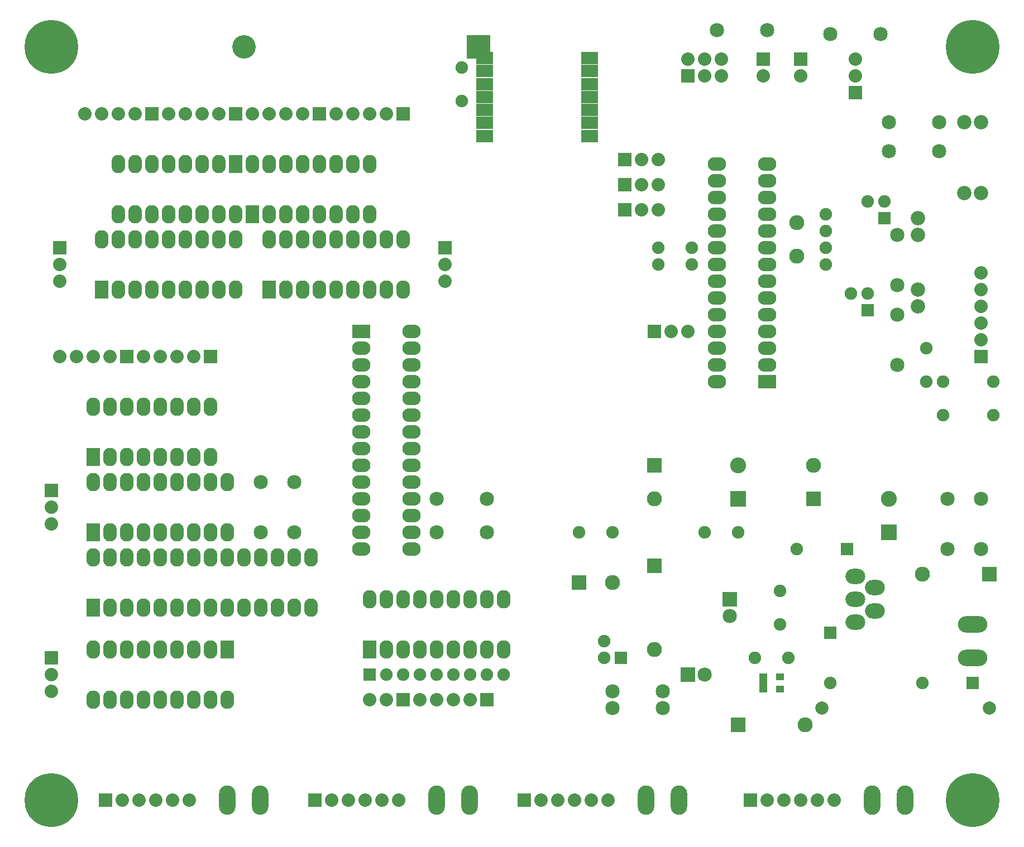
<source format=gts>
G04 (created by PCBNEW-RS274X (2011-05-25)-stable) date Sun 10 Jun 2012 11:37:39 PM MDT*
G01*
G70*
G90*
%MOIN*%
G04 Gerber Fmt 3.4, Leading zero omitted, Abs format*
%FSLAX34Y34*%
G04 APERTURE LIST*
%ADD10C,0.006000*%
%ADD11C,0.079100*%
%ADD12R,0.080000X0.080000*%
%ADD13C,0.080000*%
%ADD14C,0.086000*%
%ADD15R,0.095000X0.095000*%
%ADD16C,0.095000*%
%ADD17O,0.110000X0.082000*%
%ADD18R,0.110000X0.082000*%
%ADD19O,0.082000X0.110000*%
%ADD20R,0.082000X0.110000*%
%ADD21C,0.090000*%
%ADD22R,0.090000X0.090000*%
%ADD23R,0.075000X0.075000*%
%ADD24C,0.075000*%
%ADD25R,0.098700X0.075100*%
%ADD26O,0.176000X0.098000*%
%ADD27R,0.085000X0.085000*%
%ADD28C,0.085000*%
%ADD29R,0.050000X0.040000*%
%ADD30R,0.140000X0.140000*%
%ADD31C,0.140000*%
%ADD32O,0.098000X0.176000*%
%ADD33O,0.118400X0.090900*%
%ADD34C,0.320000*%
G04 APERTURE END LIST*
G54D10*
G54D11*
X86750Y-54250D03*
X76750Y-54250D03*
G54D12*
X65000Y-23000D03*
G54D13*
X66000Y-23000D03*
X67000Y-23000D03*
G54D12*
X65000Y-24500D03*
G54D13*
X66000Y-24500D03*
X67000Y-24500D03*
G54D12*
X65000Y-21500D03*
G54D13*
X66000Y-21500D03*
X67000Y-21500D03*
G54D12*
X34000Y-59750D03*
G54D13*
X35000Y-59750D03*
X36000Y-59750D03*
X37000Y-59750D03*
X38000Y-59750D03*
X39000Y-59750D03*
G54D12*
X46500Y-59750D03*
G54D13*
X47500Y-59750D03*
X48500Y-59750D03*
X49500Y-59750D03*
X50500Y-59750D03*
X51500Y-59750D03*
G54D14*
X85250Y-19250D03*
X86250Y-19250D03*
X86250Y-23500D03*
X85250Y-23500D03*
G54D15*
X71750Y-41750D03*
G54D16*
X71750Y-39750D03*
G54D15*
X80750Y-43750D03*
G54D16*
X80750Y-41750D03*
G54D17*
X49250Y-32750D03*
X49250Y-33750D03*
X49250Y-34750D03*
X49250Y-35750D03*
X49250Y-36750D03*
X49250Y-37750D03*
X49250Y-38750D03*
X49250Y-39750D03*
X49250Y-40750D03*
X49250Y-41750D03*
X49250Y-42750D03*
X49250Y-43750D03*
X49250Y-44750D03*
G54D18*
X49250Y-31750D03*
G54D17*
X52250Y-44750D03*
X52250Y-43750D03*
X52250Y-42750D03*
X52250Y-41750D03*
X52250Y-40750D03*
X52250Y-39750D03*
X52250Y-38750D03*
X52250Y-37750D03*
X52250Y-36750D03*
X52250Y-35750D03*
X52250Y-34750D03*
X52250Y-33750D03*
X52250Y-32750D03*
X52250Y-31750D03*
G54D19*
X34250Y-48250D03*
X35250Y-48250D03*
X36250Y-48250D03*
X37250Y-48250D03*
X38250Y-48250D03*
X39250Y-48250D03*
X40250Y-48250D03*
X41250Y-48250D03*
X42250Y-48250D03*
X43250Y-48250D03*
X44250Y-48250D03*
X45250Y-48250D03*
X46250Y-48250D03*
G54D20*
X33250Y-48250D03*
G54D19*
X46250Y-45250D03*
X45250Y-45250D03*
X44250Y-45250D03*
X43250Y-45250D03*
X42250Y-45250D03*
X41250Y-45250D03*
X40250Y-45250D03*
X39250Y-45250D03*
X38250Y-45250D03*
X37250Y-45250D03*
X36250Y-45250D03*
X35250Y-45250D03*
X34250Y-45250D03*
X33250Y-45250D03*
G54D20*
X49750Y-50750D03*
G54D19*
X50750Y-50750D03*
X51750Y-50750D03*
X52750Y-50750D03*
X53750Y-50750D03*
X54750Y-50750D03*
X55750Y-50750D03*
X56750Y-50750D03*
X57750Y-50750D03*
X57750Y-47750D03*
X56750Y-47750D03*
X55750Y-47750D03*
X54750Y-47750D03*
X53750Y-47750D03*
X52750Y-47750D03*
X51750Y-47750D03*
X50750Y-47750D03*
X49750Y-47750D03*
G54D21*
X82750Y-46250D03*
G54D22*
X86750Y-46250D03*
G54D23*
X85750Y-52750D03*
G54D24*
X82750Y-52750D03*
X69000Y-26750D03*
X67000Y-26750D03*
X74750Y-51250D03*
X72750Y-51250D03*
X55250Y-18000D03*
X55250Y-16000D03*
X77000Y-26750D03*
X77000Y-27750D03*
X69750Y-43750D03*
X71750Y-43750D03*
X77000Y-25750D03*
X77000Y-24750D03*
G54D12*
X59000Y-59750D03*
G54D13*
X60000Y-59750D03*
X61000Y-59750D03*
X62000Y-59750D03*
X63000Y-59750D03*
X64000Y-59750D03*
G54D22*
X66750Y-39750D03*
G54D21*
X66750Y-41750D03*
G54D24*
X83000Y-34750D03*
X83000Y-32750D03*
G54D21*
X66750Y-50750D03*
G54D22*
X66750Y-45750D03*
G54D21*
X75750Y-55250D03*
G54D22*
X71750Y-55250D03*
G54D23*
X77250Y-49750D03*
G54D24*
X77250Y-52750D03*
G54D23*
X78250Y-44750D03*
G54D24*
X75250Y-44750D03*
G54D12*
X72500Y-59750D03*
G54D13*
X73500Y-59750D03*
X74500Y-59750D03*
X75500Y-59750D03*
X76500Y-59750D03*
X77500Y-59750D03*
G54D25*
X62880Y-20093D03*
X62891Y-19305D03*
X62891Y-18518D03*
X62891Y-17750D03*
X62891Y-16982D03*
X62891Y-16195D03*
X62891Y-15407D03*
X56631Y-15407D03*
X56631Y-16195D03*
X56631Y-16982D03*
X56631Y-17750D03*
X56631Y-18518D03*
X56631Y-19305D03*
X56631Y-20093D03*
G54D17*
X73500Y-33750D03*
X73500Y-32750D03*
X73500Y-31750D03*
X73500Y-30750D03*
X73500Y-29750D03*
X73500Y-28750D03*
X73500Y-27750D03*
X73500Y-26750D03*
X73500Y-25750D03*
X73500Y-24750D03*
X73500Y-23750D03*
X73500Y-22750D03*
X73500Y-21750D03*
G54D18*
X73500Y-34750D03*
G54D17*
X70500Y-21750D03*
X70500Y-22750D03*
X70500Y-23750D03*
X70500Y-24750D03*
X70500Y-25750D03*
X70500Y-26750D03*
X70500Y-27750D03*
X70500Y-28750D03*
X70500Y-29750D03*
X70500Y-30750D03*
X70500Y-31750D03*
X70500Y-32750D03*
X70500Y-33750D03*
X70500Y-34750D03*
G54D12*
X68750Y-16500D03*
G54D13*
X68750Y-15500D03*
X69750Y-16500D03*
X69750Y-15500D03*
X70750Y-16500D03*
X70750Y-15500D03*
G54D24*
X87000Y-34750D03*
X87000Y-36750D03*
X84000Y-34750D03*
X84000Y-36750D03*
G54D26*
X85750Y-51240D03*
X85750Y-49270D03*
G54D27*
X68750Y-52250D03*
G54D28*
X69750Y-52250D03*
G54D22*
X62250Y-46750D03*
G54D21*
X64250Y-46750D03*
G54D24*
X64250Y-43750D03*
X62250Y-43750D03*
G54D22*
X76250Y-41750D03*
G54D21*
X76250Y-39750D03*
G54D27*
X71250Y-47750D03*
G54D28*
X71250Y-48750D03*
G54D24*
X74250Y-49250D03*
X74250Y-47250D03*
X67000Y-27750D03*
X69000Y-27750D03*
G54D28*
X67250Y-54250D03*
X64250Y-54250D03*
X64250Y-53250D03*
X67250Y-53250D03*
X86250Y-41750D03*
X86250Y-44750D03*
X84250Y-44750D03*
X84250Y-41750D03*
X45250Y-43750D03*
X45250Y-40750D03*
X70500Y-13750D03*
X73500Y-13750D03*
G54D23*
X64750Y-51250D03*
G54D24*
X63750Y-51250D03*
X63750Y-50250D03*
G54D29*
X73250Y-52375D03*
X73250Y-53125D03*
X74250Y-52375D03*
X73250Y-52750D03*
X74250Y-53125D03*
G54D21*
X75250Y-25250D03*
X75250Y-27250D03*
G54D20*
X43750Y-29250D03*
G54D19*
X44750Y-29250D03*
X45750Y-29250D03*
X46750Y-29250D03*
X47750Y-29250D03*
X48750Y-29250D03*
X49750Y-29250D03*
X50750Y-29250D03*
X51750Y-29250D03*
X51750Y-26250D03*
X50750Y-26250D03*
X49750Y-26250D03*
X48750Y-26250D03*
X47750Y-26250D03*
X46750Y-26250D03*
X45750Y-26250D03*
X44750Y-26250D03*
X43750Y-26250D03*
G54D20*
X33750Y-29250D03*
G54D19*
X34750Y-29250D03*
X35750Y-29250D03*
X36750Y-29250D03*
X37750Y-29250D03*
X38750Y-29250D03*
X39750Y-29250D03*
X40750Y-29250D03*
X41750Y-29250D03*
X41750Y-26250D03*
X40750Y-26250D03*
X39750Y-26250D03*
X38750Y-26250D03*
X37750Y-26250D03*
X36750Y-26250D03*
X35750Y-26250D03*
X34750Y-26250D03*
X33750Y-26250D03*
G54D20*
X33250Y-43750D03*
G54D19*
X34250Y-43750D03*
X35250Y-43750D03*
X36250Y-43750D03*
X37250Y-43750D03*
X38250Y-43750D03*
X39250Y-43750D03*
X40250Y-43750D03*
X41250Y-43750D03*
X41250Y-40750D03*
X40250Y-40750D03*
X39250Y-40750D03*
X38250Y-40750D03*
X37250Y-40750D03*
X36250Y-40750D03*
X35250Y-40750D03*
X34250Y-40750D03*
X33250Y-40750D03*
G54D20*
X41250Y-50750D03*
G54D19*
X40250Y-50750D03*
X39250Y-50750D03*
X38250Y-50750D03*
X37250Y-50750D03*
X36250Y-50750D03*
X35250Y-50750D03*
X34250Y-50750D03*
X33250Y-50750D03*
X33250Y-53750D03*
X34250Y-53750D03*
X35250Y-53750D03*
X36250Y-53750D03*
X37250Y-53750D03*
X38250Y-53750D03*
X39250Y-53750D03*
X40250Y-53750D03*
X41250Y-53750D03*
G54D28*
X83750Y-21000D03*
X80750Y-21000D03*
X83750Y-19250D03*
X80750Y-19250D03*
G54D30*
X56250Y-14750D03*
G54D31*
X42250Y-14750D03*
G54D28*
X53750Y-43750D03*
X56750Y-43750D03*
G54D32*
X41270Y-59750D03*
X43240Y-59750D03*
X79760Y-59750D03*
X81730Y-59750D03*
X53760Y-59750D03*
X55730Y-59750D03*
X66260Y-59750D03*
X68230Y-59750D03*
G54D20*
X41750Y-21750D03*
G54D19*
X40750Y-21750D03*
X39750Y-21750D03*
X38750Y-21750D03*
X37750Y-21750D03*
X36750Y-21750D03*
X35750Y-21750D03*
X34750Y-21750D03*
X34750Y-24750D03*
X35750Y-24750D03*
X36750Y-24750D03*
X37750Y-24750D03*
X38750Y-24750D03*
X39750Y-24750D03*
X40750Y-24750D03*
X41750Y-24750D03*
G54D20*
X42750Y-24750D03*
G54D19*
X43750Y-24750D03*
X44750Y-24750D03*
X45750Y-24750D03*
X46750Y-24750D03*
X47750Y-24750D03*
X48750Y-24750D03*
X49750Y-24750D03*
X49750Y-21750D03*
X48750Y-21750D03*
X47750Y-21750D03*
X46750Y-21750D03*
X45750Y-21750D03*
X44750Y-21750D03*
X43750Y-21750D03*
X42750Y-21750D03*
G54D12*
X86250Y-33250D03*
G54D13*
X86250Y-32250D03*
X86250Y-31250D03*
X86250Y-30250D03*
X86250Y-29250D03*
X86250Y-28250D03*
G54D33*
X78754Y-47750D03*
X78754Y-46372D03*
X78754Y-49128D03*
X79935Y-48459D03*
X79935Y-47041D03*
G54D34*
X30750Y-14750D03*
X85750Y-14750D03*
X30750Y-59750D03*
X85750Y-59750D03*
G54D23*
X49750Y-52250D03*
G54D24*
X50750Y-52250D03*
X51750Y-52250D03*
X52750Y-52250D03*
X53750Y-52250D03*
X54750Y-52250D03*
X55750Y-52250D03*
X56750Y-52250D03*
X57750Y-52250D03*
G54D28*
X81250Y-29000D03*
X81250Y-26000D03*
X81250Y-30750D03*
X81250Y-33750D03*
X53750Y-41750D03*
X56750Y-41750D03*
X43250Y-43750D03*
X43250Y-40750D03*
G54D12*
X51750Y-53750D03*
G54D13*
X50750Y-53750D03*
X49750Y-53750D03*
G54D12*
X54250Y-26750D03*
G54D13*
X54250Y-27750D03*
X54250Y-28750D03*
G54D12*
X31250Y-26750D03*
G54D13*
X31250Y-27750D03*
X31250Y-28750D03*
G54D12*
X30750Y-41250D03*
G54D13*
X30750Y-42250D03*
X30750Y-43250D03*
G54D12*
X30750Y-51250D03*
G54D13*
X30750Y-52250D03*
X30750Y-53250D03*
G54D14*
X82500Y-30250D03*
X82500Y-29250D03*
X82500Y-26000D03*
X82500Y-25000D03*
G54D20*
X33250Y-39250D03*
G54D19*
X34250Y-39250D03*
X35250Y-39250D03*
X36250Y-39250D03*
X37250Y-39250D03*
X38250Y-39250D03*
X39250Y-39250D03*
X40250Y-39250D03*
X40250Y-36250D03*
X39250Y-36250D03*
X38250Y-36250D03*
X37250Y-36250D03*
X36250Y-36250D03*
X35250Y-36250D03*
X34250Y-36250D03*
X33250Y-36250D03*
G54D12*
X41750Y-18750D03*
G54D13*
X40750Y-18750D03*
X39750Y-18750D03*
X38750Y-18750D03*
X37750Y-18750D03*
G54D12*
X51750Y-18750D03*
G54D13*
X50750Y-18750D03*
X49750Y-18750D03*
X48750Y-18750D03*
X47750Y-18750D03*
G54D12*
X56750Y-53750D03*
G54D13*
X55750Y-53750D03*
X54750Y-53750D03*
X53750Y-53750D03*
X52750Y-53750D03*
G54D12*
X40250Y-33250D03*
G54D13*
X39250Y-33250D03*
X38250Y-33250D03*
X37250Y-33250D03*
X36250Y-33250D03*
G54D23*
X79500Y-30500D03*
G54D24*
X79500Y-29500D03*
X78500Y-29500D03*
G54D23*
X80500Y-25000D03*
G54D24*
X80500Y-24000D03*
X79500Y-24000D03*
G54D12*
X75500Y-15500D03*
G54D13*
X75500Y-16500D03*
G54D12*
X73250Y-15500D03*
G54D13*
X73250Y-16500D03*
G54D12*
X36750Y-18750D03*
G54D13*
X35750Y-18750D03*
X34750Y-18750D03*
X33750Y-18750D03*
X32750Y-18750D03*
G54D12*
X46750Y-18750D03*
G54D13*
X45750Y-18750D03*
X44750Y-18750D03*
X43750Y-18750D03*
X42750Y-18750D03*
G54D12*
X35250Y-33250D03*
G54D13*
X34250Y-33250D03*
X33250Y-33250D03*
X32250Y-33250D03*
X31250Y-33250D03*
G54D28*
X77250Y-14000D03*
X80250Y-14000D03*
G54D12*
X66750Y-31750D03*
G54D13*
X67750Y-31750D03*
X68750Y-31750D03*
G54D12*
X78750Y-17500D03*
G54D13*
X78750Y-16500D03*
X78750Y-15500D03*
M02*

</source>
